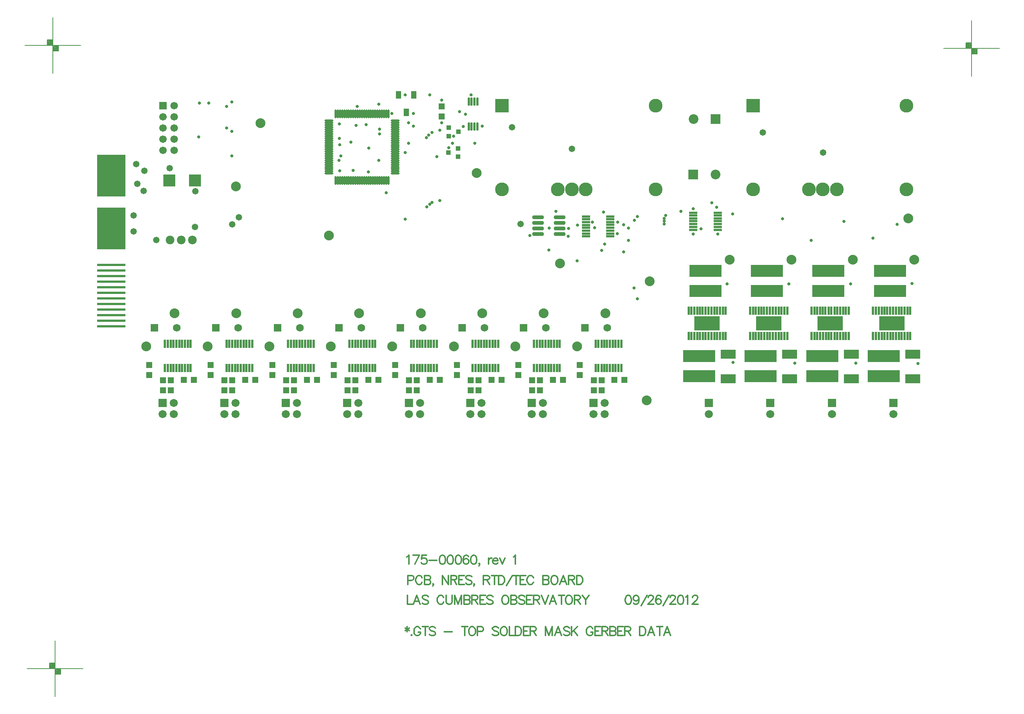
<source format=gts>
%FSLAX23Y23*%
%MOIN*%
G70*
G01*
G75*
G04 Layer_Color=8388736*
%ADD10O,0.012X0.071*%
%ADD11O,0.071X0.012*%
%ADD12R,0.012X0.065*%
%ADD13R,0.217X0.120*%
%ADD14R,0.065X0.012*%
%ADD15O,0.098X0.028*%
%ADD16R,0.280X0.100*%
%ADD17R,0.036X0.036*%
%ADD18O,0.014X0.067*%
%ADD19R,0.264X0.383*%
%ADD20R,0.264X0.030*%
%ADD21R,0.039X0.059*%
%ADD22R,0.126X0.071*%
%ADD23R,0.100X0.100*%
%ADD24R,0.050X0.050*%
%ADD25R,0.050X0.050*%
%ADD26C,0.050*%
%ADD27C,0.010*%
%ADD28C,0.025*%
%ADD29C,0.012*%
%ADD30C,0.008*%
%ADD31C,0.012*%
%ADD32C,0.012*%
%ADD33C,0.060*%
%ADD34R,0.060X0.060*%
%ADD35C,0.024*%
%ADD36C,0.070*%
%ADD37C,0.115*%
%ADD38R,0.115X0.115*%
%ADD39C,0.080*%
%ADD40C,0.079*%
%ADD41R,0.079X0.079*%
%ADD42C,0.059*%
%ADD43R,0.059X0.059*%
%ADD44C,0.050*%
%ADD45C,0.020*%
%ADD46C,0.040*%
%ADD47C,0.100*%
G04:AMPARAMS|DCode=48|XSize=90mil|YSize=90mil|CornerRadius=0mil|HoleSize=0mil|Usage=FLASHONLY|Rotation=0.000|XOffset=0mil|YOffset=0mil|HoleType=Round|Shape=Relief|Width=10mil|Gap=10mil|Entries=4|*
%AMTHD48*
7,0,0,0.090,0.070,0.010,45*
%
%ADD48THD48*%
G04:AMPARAMS|DCode=49|XSize=100mil|YSize=100mil|CornerRadius=0mil|HoleSize=0mil|Usage=FLASHONLY|Rotation=0.000|XOffset=0mil|YOffset=0mil|HoleType=Round|Shape=Relief|Width=10mil|Gap=10mil|Entries=4|*
%AMTHD49*
7,0,0,0.100,0.080,0.010,45*
%
%ADD49THD49*%
G04:AMPARAMS|DCode=50|XSize=138mil|YSize=138mil|CornerRadius=0mil|HoleSize=0mil|Usage=FLASHONLY|Rotation=0.000|XOffset=0mil|YOffset=0mil|HoleType=Round|Shape=Relief|Width=10mil|Gap=10mil|Entries=4|*
%AMTHD50*
7,0,0,0.138,0.118,0.010,45*
%
%ADD50THD50*%
%ADD51C,0.118*%
G04:AMPARAMS|DCode=52|XSize=112mil|YSize=112mil|CornerRadius=0mil|HoleSize=0mil|Usage=FLASHONLY|Rotation=0.000|XOffset=0mil|YOffset=0mil|HoleType=Round|Shape=Relief|Width=10mil|Gap=10mil|Entries=4|*
%AMTHD52*
7,0,0,0.112,0.092,0.010,45*
%
%ADD52THD52*%
%ADD53C,0.079*%
%ADD54C,0.075*%
%ADD55C,0.087*%
G04:AMPARAMS|DCode=56|XSize=107.244mil|YSize=107.244mil|CornerRadius=0mil|HoleSize=0mil|Usage=FLASHONLY|Rotation=0.000|XOffset=0mil|YOffset=0mil|HoleType=Round|Shape=Relief|Width=10mil|Gap=10mil|Entries=4|*
%AMTHD56*
7,0,0,0.107,0.087,0.010,45*
%
%ADD56THD56*%
%ADD57C,0.092*%
G04:AMPARAMS|DCode=58|XSize=88mil|YSize=88mil|CornerRadius=0mil|HoleSize=0mil|Usage=FLASHONLY|Rotation=0.000|XOffset=0mil|YOffset=0mil|HoleType=Round|Shape=Relief|Width=10mil|Gap=10mil|Entries=4|*
%AMTHD58*
7,0,0,0.088,0.068,0.010,45*
%
%ADD58THD58*%
G04:AMPARAMS|DCode=59|XSize=70mil|YSize=70mil|CornerRadius=0mil|HoleSize=0mil|Usage=FLASHONLY|Rotation=0.000|XOffset=0mil|YOffset=0mil|HoleType=Round|Shape=Relief|Width=10mil|Gap=10mil|Entries=4|*
%AMTHD59*
7,0,0,0.070,0.050,0.010,45*
%
%ADD59THD59*%
%ADD60C,0.068*%
%ADD61C,0.020*%
%ADD62C,0.054*%
G04:AMPARAMS|DCode=63|XSize=95.433mil|YSize=95.433mil|CornerRadius=0mil|HoleSize=0mil|Usage=FLASHONLY|Rotation=0.000|XOffset=0mil|YOffset=0mil|HoleType=Round|Shape=Relief|Width=10mil|Gap=10mil|Entries=4|*
%AMTHD63*
7,0,0,0.095,0.075,0.010,45*
%
%ADD63THD63*%
%ADD64O,0.079X0.024*%
%ADD65R,0.045X0.017*%
%ADD66C,0.006*%
%ADD67C,0.010*%
%ADD68C,0.024*%
%ADD69C,0.008*%
%ADD70C,0.010*%
%ADD71C,0.005*%
%ADD72C,0.007*%
%ADD73C,0.007*%
%ADD74C,0.020*%
%ADD75R,0.222X0.128*%
%ADD76R,0.252X0.371*%
%ADD77R,0.252X0.018*%
%ADD78O,0.020X0.079*%
%ADD79O,0.079X0.020*%
%ADD80R,0.020X0.073*%
%ADD81R,0.225X0.128*%
%ADD82R,0.073X0.020*%
%ADD83O,0.106X0.036*%
%ADD84R,0.288X0.108*%
%ADD85R,0.044X0.044*%
%ADD86O,0.022X0.075*%
%ADD87R,0.257X0.376*%
%ADD88R,0.257X0.023*%
%ADD89R,0.047X0.067*%
%ADD90R,0.134X0.079*%
%ADD91R,0.108X0.108*%
%ADD92R,0.058X0.058*%
%ADD93R,0.058X0.058*%
%ADD94R,0.068X0.068*%
%ADD95C,0.032*%
%ADD96C,0.078*%
%ADD97C,0.123*%
%ADD98R,0.123X0.123*%
%ADD99C,0.088*%
%ADD100C,0.072*%
%ADD101R,0.072X0.072*%
%ADD102C,0.067*%
%ADD103R,0.067X0.067*%
%ADD104R,0.087X0.087*%
%ADD105C,0.087*%
%ADD106C,0.058*%
%ADD107C,0.028*%
D29*
X13557Y8758D02*
Y8712D01*
X13538Y8747D02*
X13576Y8724D01*
Y8747D02*
X13538Y8724D01*
X13596Y8686D02*
X13592Y8682D01*
X13596Y8678D01*
X13600Y8682D01*
X13596Y8686D01*
X13675Y8739D02*
X13671Y8747D01*
X13663Y8754D01*
X13656Y8758D01*
X13640D01*
X13633Y8754D01*
X13625Y8747D01*
X13621Y8739D01*
X13618Y8728D01*
Y8708D01*
X13621Y8697D01*
X13625Y8689D01*
X13633Y8682D01*
X13640Y8678D01*
X13656D01*
X13663Y8682D01*
X13671Y8689D01*
X13675Y8697D01*
Y8708D01*
X13656D02*
X13675D01*
X13720Y8758D02*
Y8678D01*
X13693Y8758D02*
X13746D01*
X13809Y8747D02*
X13802Y8754D01*
X13790Y8758D01*
X13775D01*
X13763Y8754D01*
X13756Y8747D01*
Y8739D01*
X13760Y8731D01*
X13763Y8728D01*
X13771Y8724D01*
X13794Y8716D01*
X13802Y8712D01*
X13805Y8708D01*
X13809Y8701D01*
Y8689D01*
X13802Y8682D01*
X13790Y8678D01*
X13775D01*
X13763Y8682D01*
X13756Y8689D01*
X13890Y8712D02*
X13958D01*
X14072Y8758D02*
Y8678D01*
X14045Y8758D02*
X14098D01*
X14131D02*
X14123Y8754D01*
X14115Y8747D01*
X14112Y8739D01*
X14108Y8728D01*
Y8708D01*
X14112Y8697D01*
X14115Y8689D01*
X14123Y8682D01*
X14131Y8678D01*
X14146D01*
X14153Y8682D01*
X14161Y8689D01*
X14165Y8697D01*
X14169Y8708D01*
Y8728D01*
X14165Y8739D01*
X14161Y8747D01*
X14153Y8754D01*
X14146Y8758D01*
X14131D01*
X14187Y8716D02*
X14222D01*
X14233Y8720D01*
X14237Y8724D01*
X14241Y8731D01*
Y8743D01*
X14237Y8750D01*
X14233Y8754D01*
X14222Y8758D01*
X14187D01*
Y8678D01*
X14375Y8747D02*
X14367Y8754D01*
X14356Y8758D01*
X14340D01*
X14329Y8754D01*
X14321Y8747D01*
Y8739D01*
X14325Y8731D01*
X14329Y8728D01*
X14337Y8724D01*
X14360Y8716D01*
X14367Y8712D01*
X14371Y8708D01*
X14375Y8701D01*
Y8689D01*
X14367Y8682D01*
X14356Y8678D01*
X14340D01*
X14329Y8682D01*
X14321Y8689D01*
X14416Y8758D02*
X14408Y8754D01*
X14400Y8747D01*
X14396Y8739D01*
X14393Y8728D01*
Y8708D01*
X14396Y8697D01*
X14400Y8689D01*
X14408Y8682D01*
X14416Y8678D01*
X14431D01*
X14438Y8682D01*
X14446Y8689D01*
X14450Y8697D01*
X14454Y8708D01*
Y8728D01*
X14450Y8739D01*
X14446Y8747D01*
X14438Y8754D01*
X14431Y8758D01*
X14416D01*
X14472D02*
Y8678D01*
X14518D01*
X14527Y8758D02*
Y8678D01*
Y8758D02*
X14553D01*
X14565Y8754D01*
X14572Y8747D01*
X14576Y8739D01*
X14580Y8728D01*
Y8708D01*
X14576Y8697D01*
X14572Y8689D01*
X14565Y8682D01*
X14553Y8678D01*
X14527D01*
X14647Y8758D02*
X14598D01*
Y8678D01*
X14647D01*
X14598Y8720D02*
X14628D01*
X14661Y8758D02*
Y8678D01*
Y8758D02*
X14695D01*
X14707Y8754D01*
X14710Y8750D01*
X14714Y8743D01*
Y8735D01*
X14710Y8728D01*
X14707Y8724D01*
X14695Y8720D01*
X14661D01*
X14687D02*
X14714Y8678D01*
X14795Y8758D02*
Y8678D01*
Y8758D02*
X14825Y8678D01*
X14856Y8758D02*
X14825Y8678D01*
X14856Y8758D02*
Y8678D01*
X14940D02*
X14909Y8758D01*
X14879Y8678D01*
X14890Y8705D02*
X14928D01*
X15012Y8747D02*
X15004Y8754D01*
X14993Y8758D01*
X14977D01*
X14966Y8754D01*
X14958Y8747D01*
Y8739D01*
X14962Y8731D01*
X14966Y8728D01*
X14974Y8724D01*
X14996Y8716D01*
X15004Y8712D01*
X15008Y8708D01*
X15012Y8701D01*
Y8689D01*
X15004Y8682D01*
X14993Y8678D01*
X14977D01*
X14966Y8682D01*
X14958Y8689D01*
X15029Y8758D02*
Y8678D01*
X15083Y8758D02*
X15029Y8705D01*
X15049Y8724D02*
X15083Y8678D01*
X15221Y8739D02*
X15217Y8747D01*
X15209Y8754D01*
X15202Y8758D01*
X15186D01*
X15179Y8754D01*
X15171Y8747D01*
X15167Y8739D01*
X15164Y8728D01*
Y8708D01*
X15167Y8697D01*
X15171Y8689D01*
X15179Y8682D01*
X15186Y8678D01*
X15202D01*
X15209Y8682D01*
X15217Y8689D01*
X15221Y8697D01*
Y8708D01*
X15202D02*
X15221D01*
X15288Y8758D02*
X15239D01*
Y8678D01*
X15288D01*
X15239Y8720D02*
X15269D01*
X15302Y8758D02*
Y8678D01*
Y8758D02*
X15336D01*
X15348Y8754D01*
X15351Y8750D01*
X15355Y8743D01*
Y8735D01*
X15351Y8728D01*
X15348Y8724D01*
X15336Y8720D01*
X15302D01*
X15328D02*
X15355Y8678D01*
X15373Y8758D02*
Y8678D01*
Y8758D02*
X15407D01*
X15419Y8754D01*
X15423Y8750D01*
X15426Y8743D01*
Y8735D01*
X15423Y8728D01*
X15419Y8724D01*
X15407Y8720D01*
X15373D02*
X15407D01*
X15419Y8716D01*
X15423Y8712D01*
X15426Y8705D01*
Y8693D01*
X15423Y8686D01*
X15419Y8682D01*
X15407Y8678D01*
X15373D01*
X15494Y8758D02*
X15444D01*
Y8678D01*
X15494D01*
X15444Y8720D02*
X15475D01*
X15507Y8758D02*
Y8678D01*
Y8758D02*
X15541D01*
X15553Y8754D01*
X15557Y8750D01*
X15560Y8743D01*
Y8735D01*
X15557Y8728D01*
X15553Y8724D01*
X15541Y8720D01*
X15507D01*
X15534D02*
X15560Y8678D01*
X15641Y8758D02*
Y8678D01*
Y8758D02*
X15668D01*
X15679Y8754D01*
X15687Y8747D01*
X15691Y8739D01*
X15694Y8728D01*
Y8708D01*
X15691Y8697D01*
X15687Y8689D01*
X15679Y8682D01*
X15668Y8678D01*
X15641D01*
X15773D02*
X15743Y8758D01*
X15712Y8678D01*
X15724Y8705D02*
X15762D01*
X15819Y8758D02*
Y8678D01*
X15792Y8758D02*
X15845D01*
X15916Y8678D02*
X15885Y8758D01*
X15855Y8678D01*
X15866Y8705D02*
X15904D01*
D30*
X10153Y8382D02*
X10653D01*
X10403Y8132D02*
Y8632D01*
X10453Y8332D02*
Y8382D01*
X10403Y8332D02*
X10453D01*
X10353Y8382D02*
Y8432D01*
X10403D01*
X10358Y8387D02*
X10398D01*
X10358D02*
Y8427D01*
X10398D01*
Y8387D02*
Y8427D01*
X10363Y8392D02*
X10393D01*
X10363D02*
Y8422D01*
X10393D01*
Y8397D02*
Y8422D01*
X10368Y8397D02*
X10388D01*
X10368D02*
Y8417D01*
X10388D01*
Y8402D02*
Y8417D01*
X10373Y8402D02*
X10383D01*
X10373D02*
Y8412D01*
X10383D01*
Y8402D02*
Y8412D01*
X10373Y8407D02*
X10383D01*
X10408Y8337D02*
X10448D01*
X10408D02*
Y8377D01*
X10448D01*
Y8337D02*
Y8377D01*
X10413Y8342D02*
X10443D01*
X10413D02*
Y8372D01*
X10443D01*
Y8347D02*
Y8372D01*
X10418Y8347D02*
X10438D01*
X10418D02*
Y8367D01*
X10438D01*
Y8352D02*
Y8367D01*
X10423Y8352D02*
X10433D01*
X10423D02*
Y8362D01*
X10433D01*
Y8352D02*
Y8362D01*
X10423Y8357D02*
X10433D01*
X10132Y13966D02*
X10632D01*
X10382Y13716D02*
Y14216D01*
X10432Y13916D02*
Y13966D01*
X10382Y13916D02*
X10432D01*
X10332Y13966D02*
Y14016D01*
X10382D01*
X10337Y13971D02*
X10377D01*
X10337D02*
Y14011D01*
X10377D01*
Y13971D02*
Y14011D01*
X10342Y13976D02*
X10372D01*
X10342D02*
Y14006D01*
X10372D01*
Y13981D02*
Y14006D01*
X10347Y13981D02*
X10367D01*
X10347D02*
Y14001D01*
X10367D01*
Y13986D02*
Y14001D01*
X10352Y13986D02*
X10362D01*
X10352D02*
Y13996D01*
X10362D01*
Y13986D02*
Y13996D01*
X10352Y13991D02*
X10362D01*
X10387Y13921D02*
X10427D01*
X10387D02*
Y13961D01*
X10427D01*
Y13921D02*
Y13961D01*
X10392Y13926D02*
X10422D01*
X10392D02*
Y13956D01*
X10422D01*
Y13931D02*
Y13956D01*
X10397Y13931D02*
X10417D01*
X10397D02*
Y13951D01*
X10417D01*
Y13936D02*
Y13951D01*
X10402Y13936D02*
X10412D01*
X10402D02*
Y13946D01*
X10412D01*
Y13936D02*
Y13946D01*
X10402Y13941D02*
X10412D01*
X18362Y13938D02*
X18862D01*
X18612Y13688D02*
Y14188D01*
X18662Y13888D02*
Y13938D01*
X18612Y13888D02*
X18662D01*
X18562Y13938D02*
Y13988D01*
X18612D01*
X18567Y13943D02*
X18607D01*
X18567D02*
Y13983D01*
X18607D01*
Y13943D02*
Y13983D01*
X18572Y13948D02*
X18602D01*
X18572D02*
Y13978D01*
X18602D01*
Y13953D02*
Y13978D01*
X18577Y13953D02*
X18597D01*
X18577D02*
Y13973D01*
X18597D01*
Y13958D02*
Y13973D01*
X18582Y13958D02*
X18592D01*
X18582D02*
Y13968D01*
X18592D01*
Y13958D02*
Y13968D01*
X18582Y13963D02*
X18592D01*
X18617Y13893D02*
X18657D01*
X18617D02*
Y13933D01*
X18657D01*
Y13893D02*
Y13933D01*
X18622Y13898D02*
X18652D01*
X18622D02*
Y13928D01*
X18652D01*
Y13903D02*
Y13928D01*
X18627Y13903D02*
X18647D01*
X18627D02*
Y13923D01*
X18647D01*
Y13908D02*
Y13923D01*
X18632Y13908D02*
X18642D01*
X18632D02*
Y13918D01*
X18642D01*
Y13908D02*
Y13918D01*
X18632Y13913D02*
X18642D01*
D31*
X13563Y9174D02*
X13597D01*
X13608Y9178D01*
X13612Y9182D01*
X13616Y9190D01*
Y9201D01*
X13612Y9209D01*
X13608Y9212D01*
X13597Y9216D01*
X13563D01*
Y9136D01*
X13691Y9197D02*
X13687Y9205D01*
X13680Y9212D01*
X13672Y9216D01*
X13657D01*
X13649Y9212D01*
X13642Y9205D01*
X13638Y9197D01*
X13634Y9186D01*
Y9167D01*
X13638Y9155D01*
X13642Y9148D01*
X13649Y9140D01*
X13657Y9136D01*
X13672D01*
X13680Y9140D01*
X13687Y9148D01*
X13691Y9155D01*
X13714Y9216D02*
Y9136D01*
Y9216D02*
X13748D01*
X13759Y9212D01*
X13763Y9209D01*
X13767Y9201D01*
Y9193D01*
X13763Y9186D01*
X13759Y9182D01*
X13748Y9178D01*
X13714D02*
X13748D01*
X13759Y9174D01*
X13763Y9170D01*
X13767Y9163D01*
Y9151D01*
X13763Y9144D01*
X13759Y9140D01*
X13748Y9136D01*
X13714D01*
X13792Y9140D02*
X13789Y9136D01*
X13785Y9140D01*
X13789Y9144D01*
X13792Y9140D01*
Y9132D01*
X13789Y9125D01*
X13785Y9121D01*
X13873Y9216D02*
Y9136D01*
Y9216D02*
X13926Y9136D01*
Y9216D02*
Y9136D01*
X13948Y9216D02*
Y9136D01*
Y9216D02*
X13982D01*
X13994Y9212D01*
X13998Y9209D01*
X14001Y9201D01*
Y9193D01*
X13998Y9186D01*
X13994Y9182D01*
X13982Y9178D01*
X13948D01*
X13975D02*
X14001Y9136D01*
X14069Y9216D02*
X14019D01*
Y9136D01*
X14069D01*
X14019Y9178D02*
X14050D01*
X14136Y9205D02*
X14128Y9212D01*
X14117Y9216D01*
X14101D01*
X14090Y9212D01*
X14082Y9205D01*
Y9197D01*
X14086Y9190D01*
X14090Y9186D01*
X14097Y9182D01*
X14120Y9174D01*
X14128Y9170D01*
X14132Y9167D01*
X14136Y9159D01*
Y9148D01*
X14128Y9140D01*
X14117Y9136D01*
X14101D01*
X14090Y9140D01*
X14082Y9148D01*
X14161Y9140D02*
X14157Y9136D01*
X14153Y9140D01*
X14157Y9144D01*
X14161Y9140D01*
Y9132D01*
X14157Y9125D01*
X14153Y9121D01*
X14241Y9216D02*
Y9136D01*
Y9216D02*
X14276D01*
X14287Y9212D01*
X14291Y9209D01*
X14295Y9201D01*
Y9193D01*
X14291Y9186D01*
X14287Y9182D01*
X14276Y9178D01*
X14241D01*
X14268D02*
X14295Y9136D01*
X14339Y9216D02*
Y9136D01*
X14313Y9216D02*
X14366D01*
X14376D02*
Y9136D01*
Y9216D02*
X14402D01*
X14414Y9212D01*
X14421Y9205D01*
X14425Y9197D01*
X14429Y9186D01*
Y9167D01*
X14425Y9155D01*
X14421Y9148D01*
X14414Y9140D01*
X14402Y9136D01*
X14376D01*
X14447Y9125D02*
X14500Y9216D01*
X14532D02*
Y9136D01*
X14505Y9216D02*
X14559D01*
X14618D02*
X14568D01*
Y9136D01*
X14618D01*
X14568Y9178D02*
X14599D01*
X14688Y9197D02*
X14684Y9205D01*
X14677Y9212D01*
X14669Y9216D01*
X14654D01*
X14646Y9212D01*
X14639Y9205D01*
X14635Y9197D01*
X14631Y9186D01*
Y9167D01*
X14635Y9155D01*
X14639Y9148D01*
X14646Y9140D01*
X14654Y9136D01*
X14669D01*
X14677Y9140D01*
X14684Y9148D01*
X14688Y9155D01*
X14774Y9216D02*
Y9136D01*
Y9216D02*
X14808D01*
X14819Y9212D01*
X14823Y9209D01*
X14827Y9201D01*
Y9193D01*
X14823Y9186D01*
X14819Y9182D01*
X14808Y9178D01*
X14774D02*
X14808D01*
X14819Y9174D01*
X14823Y9170D01*
X14827Y9163D01*
Y9151D01*
X14823Y9144D01*
X14819Y9140D01*
X14808Y9136D01*
X14774D01*
X14868Y9216D02*
X14860Y9212D01*
X14852Y9205D01*
X14849Y9197D01*
X14845Y9186D01*
Y9167D01*
X14849Y9155D01*
X14852Y9148D01*
X14860Y9140D01*
X14868Y9136D01*
X14883D01*
X14890Y9140D01*
X14898Y9148D01*
X14902Y9155D01*
X14906Y9167D01*
Y9186D01*
X14902Y9197D01*
X14898Y9205D01*
X14890Y9212D01*
X14883Y9216D01*
X14868D01*
X14985Y9136D02*
X14955Y9216D01*
X14924Y9136D01*
X14936Y9163D02*
X14974D01*
X15004Y9216D02*
Y9136D01*
Y9216D02*
X15038D01*
X15050Y9212D01*
X15053Y9209D01*
X15057Y9201D01*
Y9193D01*
X15053Y9186D01*
X15050Y9182D01*
X15038Y9178D01*
X15004D01*
X15031D02*
X15057Y9136D01*
X15075Y9216D02*
Y9136D01*
Y9216D02*
X15102D01*
X15113Y9212D01*
X15121Y9205D01*
X15125Y9197D01*
X15128Y9186D01*
Y9167D01*
X15125Y9155D01*
X15121Y9148D01*
X15113Y9140D01*
X15102Y9136D01*
X15075D01*
X13553Y9383D02*
X13560Y9387D01*
X13572Y9398D01*
Y9318D01*
X13665Y9398D02*
X13627Y9318D01*
X13611Y9398D02*
X13665D01*
X13728D02*
X13690D01*
X13686Y9364D01*
X13690Y9368D01*
X13702Y9372D01*
X13713D01*
X13725Y9368D01*
X13732Y9360D01*
X13736Y9349D01*
Y9341D01*
X13732Y9330D01*
X13725Y9322D01*
X13713Y9318D01*
X13702D01*
X13690Y9322D01*
X13686Y9326D01*
X13683Y9333D01*
X13754Y9352D02*
X13822D01*
X13869Y9398D02*
X13857Y9394D01*
X13850Y9383D01*
X13846Y9364D01*
Y9352D01*
X13850Y9333D01*
X13857Y9322D01*
X13869Y9318D01*
X13876D01*
X13888Y9322D01*
X13896Y9333D01*
X13899Y9352D01*
Y9364D01*
X13896Y9383D01*
X13888Y9394D01*
X13876Y9398D01*
X13869D01*
X13940D02*
X13929Y9394D01*
X13921Y9383D01*
X13917Y9364D01*
Y9352D01*
X13921Y9333D01*
X13929Y9322D01*
X13940Y9318D01*
X13948D01*
X13959Y9322D01*
X13967Y9333D01*
X13971Y9352D01*
Y9364D01*
X13967Y9383D01*
X13959Y9394D01*
X13948Y9398D01*
X13940D01*
X14011D02*
X14000Y9394D01*
X13992Y9383D01*
X13988Y9364D01*
Y9352D01*
X13992Y9333D01*
X14000Y9322D01*
X14011Y9318D01*
X14019D01*
X14030Y9322D01*
X14038Y9333D01*
X14042Y9352D01*
Y9364D01*
X14038Y9383D01*
X14030Y9394D01*
X14019Y9398D01*
X14011D01*
X14105Y9387D02*
X14102Y9394D01*
X14090Y9398D01*
X14083D01*
X14071Y9394D01*
X14063Y9383D01*
X14060Y9364D01*
Y9345D01*
X14063Y9330D01*
X14071Y9322D01*
X14083Y9318D01*
X14086D01*
X14098Y9322D01*
X14105Y9330D01*
X14109Y9341D01*
Y9345D01*
X14105Y9356D01*
X14098Y9364D01*
X14086Y9368D01*
X14083D01*
X14071Y9364D01*
X14063Y9356D01*
X14060Y9345D01*
X14150Y9398D02*
X14138Y9394D01*
X14131Y9383D01*
X14127Y9364D01*
Y9352D01*
X14131Y9333D01*
X14138Y9322D01*
X14150Y9318D01*
X14157D01*
X14169Y9322D01*
X14176Y9333D01*
X14180Y9352D01*
Y9364D01*
X14176Y9383D01*
X14169Y9394D01*
X14157Y9398D01*
X14150D01*
X14206Y9322D02*
X14202Y9318D01*
X14198Y9322D01*
X14202Y9326D01*
X14206Y9322D01*
Y9314D01*
X14202Y9307D01*
X14198Y9303D01*
X14286Y9372D02*
Y9318D01*
Y9349D02*
X14290Y9360D01*
X14297Y9368D01*
X14305Y9372D01*
X14316D01*
X14324Y9349D02*
X14369D01*
Y9356D01*
X14366Y9364D01*
X14362Y9368D01*
X14354Y9372D01*
X14343D01*
X14335Y9368D01*
X14327Y9360D01*
X14324Y9349D01*
Y9341D01*
X14327Y9330D01*
X14335Y9322D01*
X14343Y9318D01*
X14354D01*
X14362Y9322D01*
X14369Y9330D01*
X14386Y9372D02*
X14409Y9318D01*
X14432Y9372D02*
X14409Y9318D01*
X14508Y9383D02*
X14516Y9387D01*
X14527Y9398D01*
Y9318D01*
D32*
X13559Y9039D02*
Y8959D01*
X13605D01*
X13674D02*
X13644Y9039D01*
X13613Y8959D01*
X13625Y8985D02*
X13663D01*
X13746Y9027D02*
X13739Y9035D01*
X13727Y9039D01*
X13712D01*
X13701Y9035D01*
X13693Y9027D01*
Y9020D01*
X13697Y9012D01*
X13701Y9008D01*
X13708Y9004D01*
X13731Y8997D01*
X13739Y8993D01*
X13743Y8989D01*
X13746Y8981D01*
Y8970D01*
X13739Y8962D01*
X13727Y8959D01*
X13712D01*
X13701Y8962D01*
X13693Y8970D01*
X13884Y9020D02*
X13880Y9027D01*
X13873Y9035D01*
X13865Y9039D01*
X13850D01*
X13842Y9035D01*
X13835Y9027D01*
X13831Y9020D01*
X13827Y9008D01*
Y8989D01*
X13831Y8978D01*
X13835Y8970D01*
X13842Y8962D01*
X13850Y8959D01*
X13865D01*
X13873Y8962D01*
X13880Y8970D01*
X13884Y8978D01*
X13907Y9039D02*
Y8981D01*
X13911Y8970D01*
X13918Y8962D01*
X13930Y8959D01*
X13937D01*
X13949Y8962D01*
X13956Y8970D01*
X13960Y8981D01*
Y9039D01*
X13982D02*
Y8959D01*
Y9039D02*
X14013Y8959D01*
X14043Y9039D02*
X14013Y8959D01*
X14043Y9039D02*
Y8959D01*
X14066Y9039D02*
Y8959D01*
Y9039D02*
X14100D01*
X14112Y9035D01*
X14115Y9031D01*
X14119Y9023D01*
Y9016D01*
X14115Y9008D01*
X14112Y9004D01*
X14100Y9000D01*
X14066D02*
X14100D01*
X14112Y8997D01*
X14115Y8993D01*
X14119Y8985D01*
Y8974D01*
X14115Y8966D01*
X14112Y8962D01*
X14100Y8959D01*
X14066D01*
X14137Y9039D02*
Y8959D01*
Y9039D02*
X14171D01*
X14183Y9035D01*
X14187Y9031D01*
X14191Y9023D01*
Y9016D01*
X14187Y9008D01*
X14183Y9004D01*
X14171Y9000D01*
X14137D01*
X14164D02*
X14191Y8959D01*
X14258Y9039D02*
X14208D01*
Y8959D01*
X14258D01*
X14208Y9000D02*
X14239D01*
X14325Y9027D02*
X14317Y9035D01*
X14306Y9039D01*
X14290D01*
X14279Y9035D01*
X14271Y9027D01*
Y9020D01*
X14275Y9012D01*
X14279Y9008D01*
X14286Y9004D01*
X14309Y8997D01*
X14317Y8993D01*
X14321Y8989D01*
X14325Y8981D01*
Y8970D01*
X14317Y8962D01*
X14306Y8959D01*
X14290D01*
X14279Y8962D01*
X14271Y8970D01*
X14428Y9039D02*
X14421Y9035D01*
X14413Y9027D01*
X14409Y9020D01*
X14405Y9008D01*
Y8989D01*
X14409Y8978D01*
X14413Y8970D01*
X14421Y8962D01*
X14428Y8959D01*
X14443D01*
X14451Y8962D01*
X14459Y8970D01*
X14462Y8978D01*
X14466Y8989D01*
Y9008D01*
X14462Y9020D01*
X14459Y9027D01*
X14451Y9035D01*
X14443Y9039D01*
X14428D01*
X14485D02*
Y8959D01*
Y9039D02*
X14519D01*
X14531Y9035D01*
X14534Y9031D01*
X14538Y9023D01*
Y9016D01*
X14534Y9008D01*
X14531Y9004D01*
X14519Y9000D01*
X14485D02*
X14519D01*
X14531Y8997D01*
X14534Y8993D01*
X14538Y8985D01*
Y8974D01*
X14534Y8966D01*
X14531Y8962D01*
X14519Y8959D01*
X14485D01*
X14609Y9027D02*
X14602Y9035D01*
X14590Y9039D01*
X14575D01*
X14564Y9035D01*
X14556Y9027D01*
Y9020D01*
X14560Y9012D01*
X14564Y9008D01*
X14571Y9004D01*
X14594Y8997D01*
X14602Y8993D01*
X14606Y8989D01*
X14609Y8981D01*
Y8970D01*
X14602Y8962D01*
X14590Y8959D01*
X14575D01*
X14564Y8962D01*
X14556Y8970D01*
X14677Y9039D02*
X14627D01*
Y8959D01*
X14677D01*
X14627Y9000D02*
X14658D01*
X14690Y9039D02*
Y8959D01*
Y9039D02*
X14724D01*
X14736Y9035D01*
X14740Y9031D01*
X14744Y9023D01*
Y9016D01*
X14740Y9008D01*
X14736Y9004D01*
X14724Y9000D01*
X14690D01*
X14717D02*
X14744Y8959D01*
X14761Y9039D02*
X14792Y8959D01*
X14822Y9039D02*
X14792Y8959D01*
X14894D02*
X14863Y9039D01*
X14833Y8959D01*
X14844Y8985D02*
X14882D01*
X14939Y9039D02*
Y8959D01*
X14912Y9039D02*
X14966D01*
X14998D02*
X14990Y9035D01*
X14983Y9027D01*
X14979Y9020D01*
X14975Y9008D01*
Y8989D01*
X14979Y8978D01*
X14983Y8970D01*
X14990Y8962D01*
X14998Y8959D01*
X15013D01*
X15021Y8962D01*
X15028Y8970D01*
X15032Y8978D01*
X15036Y8989D01*
Y9008D01*
X15032Y9020D01*
X15028Y9027D01*
X15021Y9035D01*
X15013Y9039D01*
X14998D01*
X15055D02*
Y8959D01*
Y9039D02*
X15089D01*
X15100Y9035D01*
X15104Y9031D01*
X15108Y9023D01*
Y9016D01*
X15104Y9008D01*
X15100Y9004D01*
X15089Y9000D01*
X15055D01*
X15081D02*
X15108Y8959D01*
X15126Y9039D02*
X15156Y9000D01*
Y8959D01*
X15187Y9039D02*
X15156Y9000D01*
X15534Y9039D02*
X15523Y9035D01*
X15515Y9023D01*
X15511Y9004D01*
Y8993D01*
X15515Y8974D01*
X15523Y8962D01*
X15534Y8959D01*
X15542D01*
X15553Y8962D01*
X15561Y8974D01*
X15565Y8993D01*
Y9004D01*
X15561Y9023D01*
X15553Y9035D01*
X15542Y9039D01*
X15534D01*
X15632Y9012D02*
X15628Y9000D01*
X15621Y8993D01*
X15609Y8989D01*
X15605D01*
X15594Y8993D01*
X15586Y9000D01*
X15583Y9012D01*
Y9016D01*
X15586Y9027D01*
X15594Y9035D01*
X15605Y9039D01*
X15609D01*
X15621Y9035D01*
X15628Y9027D01*
X15632Y9012D01*
Y8993D01*
X15628Y8974D01*
X15621Y8962D01*
X15609Y8959D01*
X15602D01*
X15590Y8962D01*
X15586Y8970D01*
X15654Y8947D02*
X15707Y9039D01*
X15716Y9020D02*
Y9023D01*
X15720Y9031D01*
X15724Y9035D01*
X15732Y9039D01*
X15747D01*
X15754Y9035D01*
X15758Y9031D01*
X15762Y9023D01*
Y9016D01*
X15758Y9008D01*
X15751Y8997D01*
X15712Y8959D01*
X15766D01*
X15829Y9027D02*
X15826Y9035D01*
X15814Y9039D01*
X15807D01*
X15795Y9035D01*
X15788Y9023D01*
X15784Y9004D01*
Y8985D01*
X15788Y8970D01*
X15795Y8962D01*
X15807Y8959D01*
X15810D01*
X15822Y8962D01*
X15829Y8970D01*
X15833Y8981D01*
Y8985D01*
X15829Y8997D01*
X15822Y9004D01*
X15810Y9008D01*
X15807D01*
X15795Y9004D01*
X15788Y8997D01*
X15784Y8985D01*
X15851Y8947D02*
X15904Y9039D01*
X15913Y9020D02*
Y9023D01*
X15917Y9031D01*
X15921Y9035D01*
X15928Y9039D01*
X15944D01*
X15951Y9035D01*
X15955Y9031D01*
X15959Y9023D01*
Y9016D01*
X15955Y9008D01*
X15947Y8997D01*
X15909Y8959D01*
X15963D01*
X16003Y9039D02*
X15992Y9035D01*
X15984Y9023D01*
X15981Y9004D01*
Y8993D01*
X15984Y8974D01*
X15992Y8962D01*
X16003Y8959D01*
X16011D01*
X16023Y8962D01*
X16030Y8974D01*
X16034Y8993D01*
Y9004D01*
X16030Y9023D01*
X16023Y9035D01*
X16011Y9039D01*
X16003D01*
X16052Y9023D02*
X16059Y9027D01*
X16071Y9039D01*
Y8959D01*
X16114Y9020D02*
Y9023D01*
X16118Y9031D01*
X16122Y9035D01*
X16130Y9039D01*
X16145D01*
X16152Y9035D01*
X16156Y9031D01*
X16160Y9023D01*
Y9016D01*
X16156Y9008D01*
X16149Y8997D01*
X16110Y8959D01*
X16164D01*
D60*
X15351Y11437D02*
D03*
X11493D02*
D03*
X12044D02*
D03*
X12595D02*
D03*
X13146D02*
D03*
X13697D02*
D03*
X14249D02*
D03*
X14800D02*
D03*
D78*
X13389Y13352D02*
D03*
X13369D02*
D03*
X13349D02*
D03*
X13330D02*
D03*
X13310D02*
D03*
X13290D02*
D03*
X13271D02*
D03*
X13251D02*
D03*
X13231D02*
D03*
X13212D02*
D03*
X13192D02*
D03*
X13172D02*
D03*
X13152D02*
D03*
X13133D02*
D03*
X13113D02*
D03*
X13093D02*
D03*
X13074D02*
D03*
X13054D02*
D03*
X13034D02*
D03*
X13015D02*
D03*
X12995D02*
D03*
X12975D02*
D03*
X12956D02*
D03*
X12936D02*
D03*
X12916D02*
D03*
Y12757D02*
D03*
X12936D02*
D03*
X12956D02*
D03*
X12975D02*
D03*
X12995D02*
D03*
X13015D02*
D03*
X13034D02*
D03*
X13054D02*
D03*
X13074D02*
D03*
X13093D02*
D03*
X13113D02*
D03*
X13133D02*
D03*
X13152D02*
D03*
X13172D02*
D03*
X13192D02*
D03*
X13212D02*
D03*
X13231D02*
D03*
X13251D02*
D03*
X13271D02*
D03*
X13290D02*
D03*
X13310D02*
D03*
X13330D02*
D03*
X13349D02*
D03*
X13369D02*
D03*
X13389D02*
D03*
D79*
X12855Y13291D02*
D03*
Y13271D02*
D03*
Y13251D02*
D03*
Y13232D02*
D03*
Y13212D02*
D03*
Y13192D02*
D03*
Y13173D02*
D03*
Y13153D02*
D03*
Y13133D02*
D03*
Y13114D02*
D03*
Y13094D02*
D03*
Y13074D02*
D03*
Y13055D02*
D03*
Y13035D02*
D03*
Y13015D02*
D03*
Y12996D02*
D03*
Y12976D02*
D03*
Y12956D02*
D03*
Y12937D02*
D03*
Y12917D02*
D03*
Y12897D02*
D03*
Y12877D02*
D03*
Y12858D02*
D03*
Y12838D02*
D03*
Y12818D02*
D03*
X13450D02*
D03*
Y12838D02*
D03*
Y12858D02*
D03*
Y12877D02*
D03*
Y12897D02*
D03*
Y12917D02*
D03*
Y12937D02*
D03*
Y12956D02*
D03*
Y12976D02*
D03*
Y12996D02*
D03*
Y13015D02*
D03*
Y13035D02*
D03*
Y13055D02*
D03*
Y13074D02*
D03*
Y13094D02*
D03*
Y13114D02*
D03*
Y13133D02*
D03*
Y13153D02*
D03*
Y13173D02*
D03*
Y13192D02*
D03*
Y13212D02*
D03*
Y13232D02*
D03*
Y13251D02*
D03*
Y13271D02*
D03*
Y13291D02*
D03*
D80*
X17936Y11589D02*
D03*
X17962D02*
D03*
X17987D02*
D03*
X18013D02*
D03*
X18038D02*
D03*
X18064D02*
D03*
Y11364D02*
D03*
X18038D02*
D03*
X18013D02*
D03*
X17987D02*
D03*
X17962D02*
D03*
X17936D02*
D03*
X17908D02*
D03*
X17885D02*
D03*
X17859D02*
D03*
X17834D02*
D03*
X17808D02*
D03*
X17782D02*
D03*
X17757D02*
D03*
X17731D02*
D03*
X17908Y11589D02*
D03*
X17883D02*
D03*
X17855D02*
D03*
X17832D02*
D03*
X17808D02*
D03*
X17782D02*
D03*
X17757D02*
D03*
X17731D02*
D03*
X15245Y11294D02*
D03*
Y11075D02*
D03*
X15271Y11294D02*
D03*
Y11075D02*
D03*
X15298Y11294D02*
D03*
Y11075D02*
D03*
X15322D02*
D03*
X15347D02*
D03*
X15373D02*
D03*
X15399D02*
D03*
X15424D02*
D03*
X15450D02*
D03*
X15475D02*
D03*
X15322Y11294D02*
D03*
X15347D02*
D03*
X15373D02*
D03*
X15399D02*
D03*
X15424D02*
D03*
X15450D02*
D03*
X15475D02*
D03*
X11387D02*
D03*
Y11075D02*
D03*
X11412Y11294D02*
D03*
Y11075D02*
D03*
X11440Y11294D02*
D03*
Y11075D02*
D03*
X11464D02*
D03*
X11489D02*
D03*
X11515D02*
D03*
X11540D02*
D03*
X11566D02*
D03*
X11592D02*
D03*
X11617D02*
D03*
X11464Y11294D02*
D03*
X11489D02*
D03*
X11515D02*
D03*
X11540D02*
D03*
X11566D02*
D03*
X11592D02*
D03*
X11617D02*
D03*
X11938D02*
D03*
Y11075D02*
D03*
X11964Y11294D02*
D03*
Y11075D02*
D03*
X11991Y11294D02*
D03*
Y11075D02*
D03*
X12015D02*
D03*
X12040D02*
D03*
X12066D02*
D03*
X12092D02*
D03*
X12117D02*
D03*
X12143D02*
D03*
X12168D02*
D03*
X12015Y11294D02*
D03*
X12040D02*
D03*
X12066D02*
D03*
X12092D02*
D03*
X12117D02*
D03*
X12143D02*
D03*
X12168D02*
D03*
X12489D02*
D03*
Y11075D02*
D03*
X12515Y11294D02*
D03*
Y11075D02*
D03*
X12542Y11294D02*
D03*
Y11075D02*
D03*
X12566D02*
D03*
X12592D02*
D03*
X12617D02*
D03*
X12643D02*
D03*
X12668D02*
D03*
X12694D02*
D03*
X12719D02*
D03*
X12566Y11294D02*
D03*
X12592D02*
D03*
X12617D02*
D03*
X12643D02*
D03*
X12668D02*
D03*
X12694D02*
D03*
X12719D02*
D03*
X13040D02*
D03*
Y11075D02*
D03*
X13066Y11294D02*
D03*
Y11075D02*
D03*
X13093Y11294D02*
D03*
Y11075D02*
D03*
X13117D02*
D03*
X13143D02*
D03*
X13168D02*
D03*
X13194D02*
D03*
X13219D02*
D03*
X13245D02*
D03*
X13271D02*
D03*
X13117Y11294D02*
D03*
X13143D02*
D03*
X13168D02*
D03*
X13194D02*
D03*
X13219D02*
D03*
X13245D02*
D03*
X13271D02*
D03*
X13592D02*
D03*
Y11075D02*
D03*
X13617Y11294D02*
D03*
Y11075D02*
D03*
X13645Y11294D02*
D03*
Y11075D02*
D03*
X13668D02*
D03*
X13694D02*
D03*
X13719D02*
D03*
X13745D02*
D03*
X13771D02*
D03*
X13796D02*
D03*
X13822D02*
D03*
X13668Y11294D02*
D03*
X13694D02*
D03*
X13719D02*
D03*
X13745D02*
D03*
X13771D02*
D03*
X13796D02*
D03*
X13822D02*
D03*
X14143D02*
D03*
Y11075D02*
D03*
X14168Y11294D02*
D03*
Y11075D02*
D03*
X14196Y11294D02*
D03*
Y11075D02*
D03*
X14219D02*
D03*
X14245D02*
D03*
X14271D02*
D03*
X14296D02*
D03*
X14322D02*
D03*
X14347D02*
D03*
X14373D02*
D03*
X14219Y11294D02*
D03*
X14245D02*
D03*
X14271D02*
D03*
X14296D02*
D03*
X14322D02*
D03*
X14347D02*
D03*
X14373D02*
D03*
X14694D02*
D03*
Y11075D02*
D03*
X14719Y11294D02*
D03*
Y11075D02*
D03*
X14747Y11294D02*
D03*
Y11075D02*
D03*
X14771D02*
D03*
X14796D02*
D03*
X14822D02*
D03*
X14847D02*
D03*
X14873D02*
D03*
X14899D02*
D03*
X14924D02*
D03*
X14771Y11294D02*
D03*
X14796D02*
D03*
X14822D02*
D03*
X14847D02*
D03*
X14873D02*
D03*
X14899D02*
D03*
X14924D02*
D03*
X16282Y11589D02*
D03*
X16308D02*
D03*
X16334D02*
D03*
X16359D02*
D03*
X16385D02*
D03*
X16410D02*
D03*
Y11364D02*
D03*
X16385D02*
D03*
X16359D02*
D03*
X16334D02*
D03*
X16308D02*
D03*
X16282D02*
D03*
X16255D02*
D03*
X16231D02*
D03*
X16206D02*
D03*
X16180D02*
D03*
X16155D02*
D03*
X16129D02*
D03*
X16103D02*
D03*
X16078D02*
D03*
X16255Y11589D02*
D03*
X16229D02*
D03*
X16202D02*
D03*
X16178D02*
D03*
X16155D02*
D03*
X16129D02*
D03*
X16103D02*
D03*
X16078D02*
D03*
X16834Y11589D02*
D03*
X16859D02*
D03*
X16885D02*
D03*
X16910D02*
D03*
X16936D02*
D03*
X16962D02*
D03*
Y11364D02*
D03*
X16936D02*
D03*
X16910D02*
D03*
X16885D02*
D03*
X16859D02*
D03*
X16834D02*
D03*
X16806D02*
D03*
X16782D02*
D03*
X16757D02*
D03*
X16731D02*
D03*
X16706D02*
D03*
X16680D02*
D03*
X16655D02*
D03*
X16629D02*
D03*
X16806Y11589D02*
D03*
X16781D02*
D03*
X16753D02*
D03*
X16729D02*
D03*
X16706D02*
D03*
X16680D02*
D03*
X16655D02*
D03*
X16629D02*
D03*
X17385D02*
D03*
X17410D02*
D03*
X17436D02*
D03*
X17462D02*
D03*
X17487D02*
D03*
X17513D02*
D03*
Y11364D02*
D03*
X17487D02*
D03*
X17462D02*
D03*
X17436D02*
D03*
X17410D02*
D03*
X17385D02*
D03*
X17357D02*
D03*
X17334D02*
D03*
X17308D02*
D03*
X17282D02*
D03*
X17257D02*
D03*
X17231D02*
D03*
X17206D02*
D03*
X17180D02*
D03*
X17357Y11589D02*
D03*
X17332D02*
D03*
X17304D02*
D03*
X17281D02*
D03*
X17257D02*
D03*
X17231D02*
D03*
X17206D02*
D03*
X17180D02*
D03*
D81*
X17898Y11476D02*
D03*
X16244Y11476D02*
D03*
X16795D02*
D03*
X17346D02*
D03*
D82*
X15376Y12306D02*
D03*
Y12332D02*
D03*
Y12359D02*
D03*
Y12383D02*
D03*
Y12408D02*
D03*
Y12434D02*
D03*
X15158D02*
D03*
Y12408D02*
D03*
Y12383D02*
D03*
Y12357D02*
D03*
Y12332D02*
D03*
Y12306D02*
D03*
Y12280D02*
D03*
Y12257D02*
D03*
X15376Y12255D02*
D03*
Y12280D02*
D03*
X16339Y12314D02*
D03*
Y12339D02*
D03*
Y12365D02*
D03*
Y12391D02*
D03*
Y12416D02*
D03*
Y12442D02*
D03*
Y12467D02*
D03*
X16120Y12314D02*
D03*
Y12339D02*
D03*
Y12365D02*
D03*
Y12391D02*
D03*
Y12416D02*
D03*
Y12442D02*
D03*
Y12467D02*
D03*
D83*
X14924Y12276D02*
D03*
Y12326D02*
D03*
Y12376D02*
D03*
Y12426D02*
D03*
X14731Y12276D02*
D03*
Y12326D02*
D03*
Y12376D02*
D03*
Y12426D02*
D03*
D84*
X17827Y11001D02*
D03*
Y11182D02*
D03*
X16228Y11947D02*
D03*
Y11766D02*
D03*
X16780Y11947D02*
D03*
Y11766D02*
D03*
X17331Y11947D02*
D03*
Y11766D02*
D03*
X17882Y11947D02*
D03*
Y11766D02*
D03*
X16173Y11001D02*
D03*
Y11182D02*
D03*
X16724Y11001D02*
D03*
Y11182D02*
D03*
X17276Y11001D02*
D03*
Y11182D02*
D03*
D85*
X13929Y13154D02*
D03*
X14015Y13191D02*
D03*
X13929Y13228D02*
D03*
X14013Y13042D02*
D03*
X13927Y13005D02*
D03*
X14013Y12968D02*
D03*
D86*
X14108Y13238D02*
D03*
X14134D02*
D03*
X14160D02*
D03*
X14185D02*
D03*
X14108Y13462D02*
D03*
X14134D02*
D03*
X14160D02*
D03*
X14185D02*
D03*
D87*
X10907Y12798D02*
D03*
Y12325D02*
D03*
D88*
Y12000D02*
D03*
Y11950D02*
D03*
Y11900D02*
D03*
Y11850D02*
D03*
Y11800D02*
D03*
Y11750D02*
D03*
Y11700D02*
D03*
Y11650D02*
D03*
Y11600D02*
D03*
Y11550D02*
D03*
Y11500D02*
D03*
Y11450D02*
D03*
D89*
X13617Y13521D02*
D03*
X13548Y13367D02*
D03*
X13479Y13521D02*
D03*
D90*
X18087Y10978D02*
D03*
Y11198D02*
D03*
X16433Y10978D02*
D03*
Y11198D02*
D03*
X16984Y10978D02*
D03*
Y11198D02*
D03*
X17535Y10978D02*
D03*
Y11198D02*
D03*
D91*
X11656Y12756D02*
D03*
X11426D02*
D03*
D92*
X13866Y13420D02*
D03*
Y13330D02*
D03*
X11246Y11011D02*
D03*
Y11101D02*
D03*
X11797Y11011D02*
D03*
Y11101D02*
D03*
X12348Y11011D02*
D03*
Y11101D02*
D03*
X12899Y11011D02*
D03*
Y11101D02*
D03*
X13450Y11011D02*
D03*
Y11101D02*
D03*
X14002Y11011D02*
D03*
Y11101D02*
D03*
X14553Y11011D02*
D03*
Y11101D02*
D03*
X15104Y11011D02*
D03*
Y11101D02*
D03*
X11370Y10875D02*
D03*
Y10965D02*
D03*
X11921Y10875D02*
D03*
Y10965D02*
D03*
X12472Y10875D02*
D03*
Y10965D02*
D03*
X13023Y10875D02*
D03*
Y10965D02*
D03*
X13574Y10875D02*
D03*
Y10965D02*
D03*
X14126Y10875D02*
D03*
Y10965D02*
D03*
X14677Y10875D02*
D03*
Y10965D02*
D03*
X15228Y10875D02*
D03*
Y10965D02*
D03*
X11440Y10875D02*
D03*
Y10965D02*
D03*
X11991Y10875D02*
D03*
Y10965D02*
D03*
X12542Y10875D02*
D03*
Y10965D02*
D03*
X13093Y10875D02*
D03*
Y10965D02*
D03*
X13644Y10875D02*
D03*
Y10965D02*
D03*
X14196Y10875D02*
D03*
Y10965D02*
D03*
X14747Y10875D02*
D03*
Y10965D02*
D03*
X15298Y10875D02*
D03*
Y10965D02*
D03*
D93*
X11646Y10969D02*
D03*
X11556D02*
D03*
X12197D02*
D03*
X12107D02*
D03*
X12748D02*
D03*
X12658D02*
D03*
X13299D02*
D03*
X13209D02*
D03*
X13850D02*
D03*
X13760D02*
D03*
X14402D02*
D03*
X14312D02*
D03*
X14953D02*
D03*
X14863D02*
D03*
X15504D02*
D03*
X15414D02*
D03*
D94*
X15151Y11437D02*
D03*
X11293D02*
D03*
X11844D02*
D03*
X12395D02*
D03*
X12946D02*
D03*
X13497D02*
D03*
X14049D02*
D03*
X14600D02*
D03*
D95*
X17974Y11453D02*
D03*
X17936D02*
D03*
X17898D02*
D03*
X17859D02*
D03*
X17974Y11494D02*
D03*
X17936D02*
D03*
X17898D02*
D03*
X17859D02*
D03*
X17821D02*
D03*
Y11453D02*
D03*
X16321D02*
D03*
X16282D02*
D03*
X16244D02*
D03*
X16206D02*
D03*
X16321Y11494D02*
D03*
X16282D02*
D03*
X16244D02*
D03*
X16206D02*
D03*
X16167D02*
D03*
Y11453D02*
D03*
X16872Y11453D02*
D03*
X16834D02*
D03*
X16795D02*
D03*
X16757D02*
D03*
X16872Y11494D02*
D03*
X16834D02*
D03*
X16795D02*
D03*
X16757D02*
D03*
X16719D02*
D03*
Y11453D02*
D03*
X17423D02*
D03*
X17385D02*
D03*
X17346D02*
D03*
X17308D02*
D03*
X17423Y11494D02*
D03*
X17385D02*
D03*
X17346D02*
D03*
X17308D02*
D03*
X17270D02*
D03*
Y11453D02*
D03*
D96*
X11632Y12224D02*
D03*
X11532D02*
D03*
X11432D02*
D03*
D97*
X18031Y13425D02*
D03*
Y12675D02*
D03*
X17406D02*
D03*
X17281D02*
D03*
X17156D02*
D03*
X16656D02*
D03*
X15782Y13427D02*
D03*
Y12677D02*
D03*
X15157D02*
D03*
X15032D02*
D03*
X14907D02*
D03*
X14407D02*
D03*
D98*
X16656Y13425D02*
D03*
X14407Y13427D02*
D03*
D99*
X12856Y12261D02*
D03*
X12244Y13269D02*
D03*
X14181Y12824D02*
D03*
X18045Y12415D02*
D03*
X16447Y12045D02*
D03*
X16998D02*
D03*
X17549D02*
D03*
X18100D02*
D03*
X11220Y11270D02*
D03*
X11771D02*
D03*
X12322D02*
D03*
X12873D02*
D03*
X13424D02*
D03*
X13976D02*
D03*
X14527D02*
D03*
X15078D02*
D03*
X11474Y11565D02*
D03*
X12025D02*
D03*
X12576D02*
D03*
X13127D02*
D03*
X13678D02*
D03*
X14230D02*
D03*
X14781D02*
D03*
X15332D02*
D03*
X12023Y12703D02*
D03*
X14925Y12014D02*
D03*
X15731Y11854D02*
D03*
X15704Y10787D02*
D03*
D100*
X15326Y10761D02*
D03*
Y10661D02*
D03*
X15226D02*
D03*
X17913Y10661D02*
D03*
X11367Y10661D02*
D03*
X11467D02*
D03*
Y10761D02*
D03*
X12019D02*
D03*
Y10661D02*
D03*
X11919D02*
D03*
X12470D02*
D03*
X12570D02*
D03*
Y10761D02*
D03*
X13121D02*
D03*
Y10661D02*
D03*
X13021D02*
D03*
X13572D02*
D03*
X13672D02*
D03*
Y10761D02*
D03*
X14223D02*
D03*
Y10661D02*
D03*
X14123D02*
D03*
X14674D02*
D03*
X14774D02*
D03*
Y10761D02*
D03*
X16260Y10661D02*
D03*
X16811D02*
D03*
X17362D02*
D03*
D101*
X15226Y10761D02*
D03*
X17913Y10761D02*
D03*
X11367Y10761D02*
D03*
X11919D02*
D03*
X12470D02*
D03*
X13021D02*
D03*
X13572D02*
D03*
X14123D02*
D03*
X14674D02*
D03*
X16260D02*
D03*
X16811D02*
D03*
X17362D02*
D03*
D102*
X11469Y13027D02*
D03*
X11369D02*
D03*
X11469Y13127D02*
D03*
X11369D02*
D03*
X11469Y13227D02*
D03*
X11369D02*
D03*
X11469Y13327D02*
D03*
X11369D02*
D03*
X11469Y13427D02*
D03*
D103*
X11369D02*
D03*
D104*
X16319Y13307D02*
D03*
X16121Y12809D02*
D03*
D105*
X16122Y13307D02*
D03*
X16318Y12809D02*
D03*
D106*
X17282Y13006D02*
D03*
X16742Y13186D02*
D03*
X15032Y13039D02*
D03*
X14495Y13232D02*
D03*
X11130Y12901D02*
D03*
X11139Y12727D02*
D03*
X11202Y12844D02*
D03*
X11197Y12663D02*
D03*
X11106Y12444D02*
D03*
X11107Y12300D02*
D03*
X11428Y12867D02*
D03*
X11658Y12660D02*
D03*
X11656Y12338D02*
D03*
X12050Y12427D02*
D03*
X14572Y12365D02*
D03*
X11988Y12364D02*
D03*
X11308Y12224D02*
D03*
D107*
X15316Y12473D02*
D03*
X15443Y12383D02*
D03*
X13211Y12831D02*
D03*
X13302Y12936D02*
D03*
X13308Y13173D02*
D03*
X12963Y12976D02*
D03*
X13101Y13250D02*
D03*
X13303Y13439D02*
D03*
X12951Y13134D02*
D03*
X13052Y13100D02*
D03*
X13212Y13046D02*
D03*
X13191Y13257D02*
D03*
X12948Y13263D02*
D03*
X12952Y13077D02*
D03*
X12947Y12935D02*
D03*
X13309Y13217D02*
D03*
X13073Y12845D02*
D03*
X13368Y12645D02*
D03*
X12954Y12843D02*
D03*
X13538Y12410D02*
D03*
X13540Y13006D02*
D03*
X15874Y12442D02*
D03*
X15858Y12391D02*
D03*
Y12365D02*
D03*
Y12417D02*
D03*
X13732Y12519D02*
D03*
X13731Y13140D02*
D03*
X13751Y13163D02*
D03*
X13758Y12541D02*
D03*
X13780Y12559D02*
D03*
X13781Y13187D02*
D03*
X13850Y12575D02*
D03*
X13849Y13207D02*
D03*
X15078Y12037D02*
D03*
X15084Y12356D02*
D03*
X15495Y12117D02*
D03*
X15496Y12360D02*
D03*
X15237Y12332D02*
D03*
X15326Y12186D02*
D03*
X17177Y12218D02*
D03*
X15540Y12330D02*
D03*
X15539Y12219D02*
D03*
X17729Y12238D02*
D03*
X16474Y12457D02*
D03*
X16919Y12412D02*
D03*
X17471Y12389D02*
D03*
X17947Y12362D02*
D03*
X18079Y11831D02*
D03*
X17528Y11830D02*
D03*
X16976Y11828D02*
D03*
X16424Y11829D02*
D03*
X16121Y12503D02*
D03*
X16340Y12277D02*
D03*
X16120Y12276D02*
D03*
X16190Y12321D02*
D03*
X16285Y12557D02*
D03*
X16331Y12516D02*
D03*
X16008Y12479D02*
D03*
X13759Y13522D02*
D03*
X13539Y13521D02*
D03*
X13866Y13475D02*
D03*
X13867Y13272D02*
D03*
X14081Y13350D02*
D03*
X14228Y13241D02*
D03*
X13972Y13153D02*
D03*
X13928Y13049D02*
D03*
X13613Y13244D02*
D03*
X13614Y13355D02*
D03*
X13419D02*
D03*
X14025Y13373D02*
D03*
X14131Y13524D02*
D03*
X14059Y13240D02*
D03*
X13823Y12968D02*
D03*
X13569Y13271D02*
D03*
X13568Y13089D02*
D03*
X13962Y13090D02*
D03*
X14164D02*
D03*
X13108Y13420D02*
D03*
X11941D02*
D03*
Y13225D02*
D03*
X11987Y13459D02*
D03*
X11986Y13197D02*
D03*
X11987Y12977D02*
D03*
X11781Y13448D02*
D03*
X11697Y13449D02*
D03*
X11690Y13146D02*
D03*
X15620Y11696D02*
D03*
Y12432D02*
D03*
X15591Y11792D02*
D03*
X15593Y12400D02*
D03*
X15001Y12257D02*
D03*
X15002Y12326D02*
D03*
X14828Y12330D02*
D03*
X15215Y12381D02*
D03*
X15298Y12129D02*
D03*
X14827Y12132D02*
D03*
X14655Y12261D02*
D03*
X14888Y12480D02*
D03*
X15440Y12279D02*
D03*
X18132Y11116D02*
D03*
X17577Y11118D02*
D03*
X17029Y11119D02*
D03*
X16475Y11126D02*
D03*
M02*

</source>
